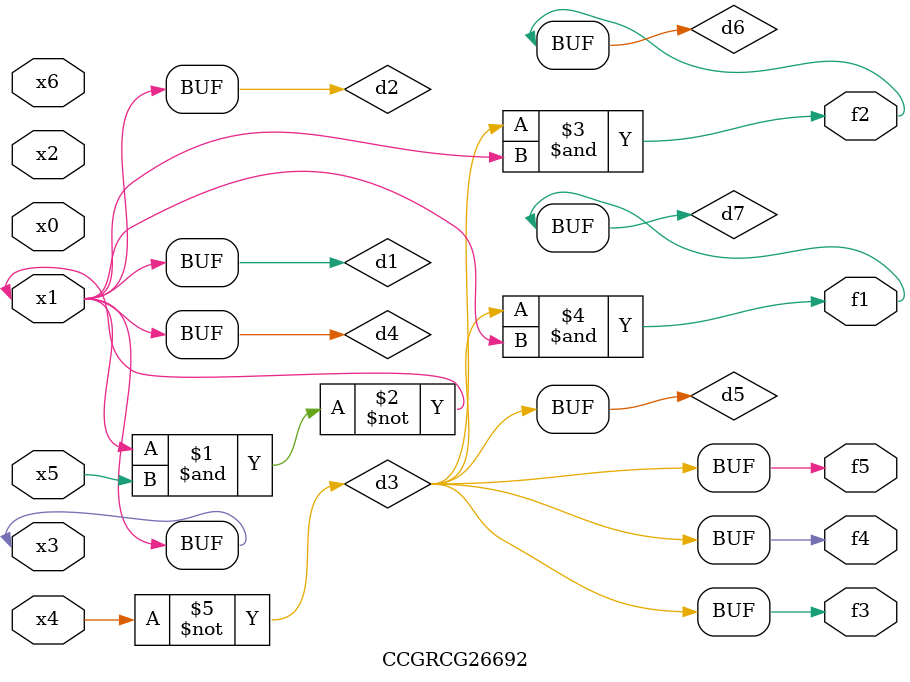
<source format=v>
module CCGRCG26692(
	input x0, x1, x2, x3, x4, x5, x6,
	output f1, f2, f3, f4, f5
);

	wire d1, d2, d3, d4, d5, d6, d7;

	buf (d1, x1, x3);
	nand (d2, x1, x5);
	not (d3, x4);
	buf (d4, d1, d2);
	buf (d5, d3);
	and (d6, d3, d4);
	and (d7, d3, d4);
	assign f1 = d7;
	assign f2 = d6;
	assign f3 = d5;
	assign f4 = d5;
	assign f5 = d5;
endmodule

</source>
